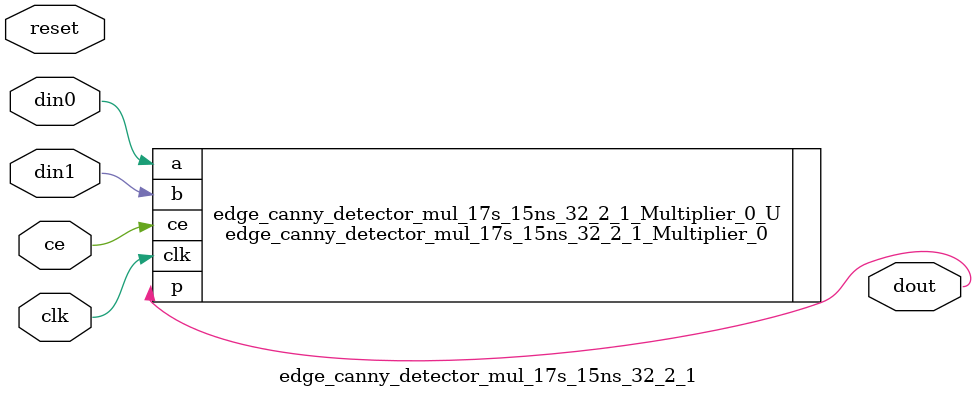
<source format=v>
`timescale 1 ns / 1 ps
module edge_canny_detector_mul_17s_15ns_32_2_1(
    clk,
    reset,
    ce,
    din0,
    din1,
    dout);

parameter ID = 32'd1;
parameter NUM_STAGE = 32'd1;
parameter din0_WIDTH = 32'd1;
parameter din1_WIDTH = 32'd1;
parameter dout_WIDTH = 32'd1;
input clk;
input reset;
input ce;
input[din0_WIDTH - 1:0] din0;
input[din1_WIDTH - 1:0] din1;
output[dout_WIDTH - 1:0] dout;



edge_canny_detector_mul_17s_15ns_32_2_1_Multiplier_0 edge_canny_detector_mul_17s_15ns_32_2_1_Multiplier_0_U(
    .clk( clk ),
    .ce( ce ),
    .a( din0 ),
    .b( din1 ),
    .p( dout ));

endmodule

</source>
